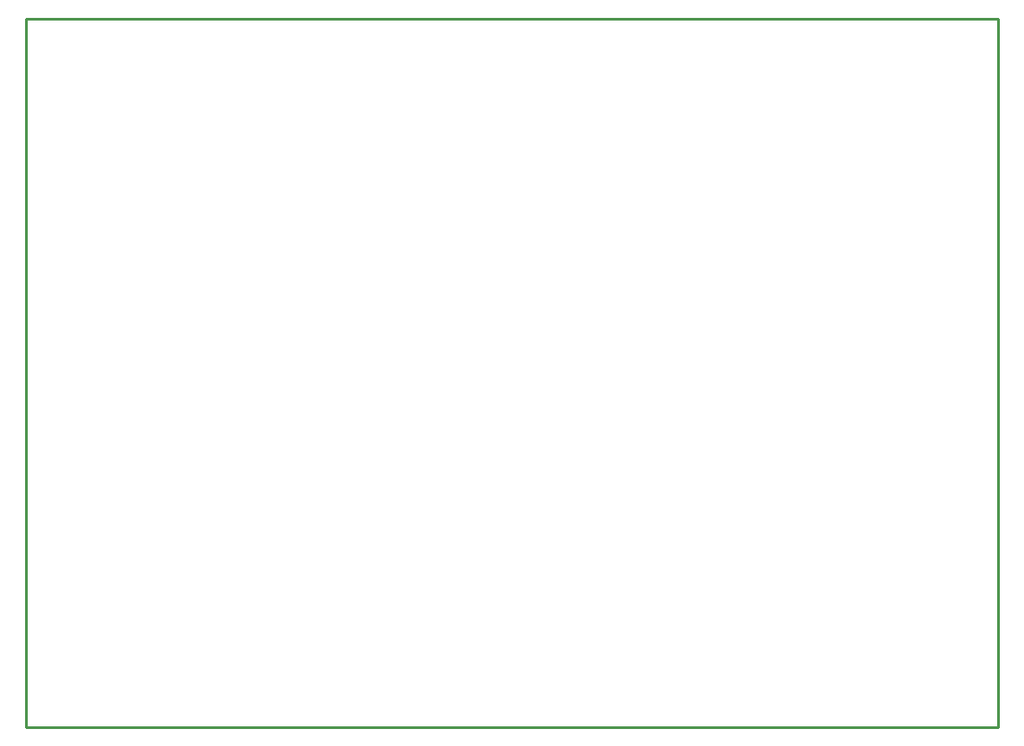
<source format=gm1>
G04*
G04 #@! TF.GenerationSoftware,Altium Limited,Altium Designer,21.9.2 (33)*
G04*
G04 Layer_Color=16711935*
%FSLAX25Y25*%
%MOIN*%
G70*
G04*
G04 #@! TF.SameCoordinates,BD73D3CE-375B-4955-ABE2-F62562662B61*
G04*
G04*
G04 #@! TF.FilePolarity,Positive*
G04*
G01*
G75*
%ADD13C,0.01000*%
D13*
X-0Y263780D02*
X0Y0D01*
X-0Y263780D02*
X362205D01*
X362205Y0D01*
X0Y0D02*
X362205Y0D01*
M02*

</source>
